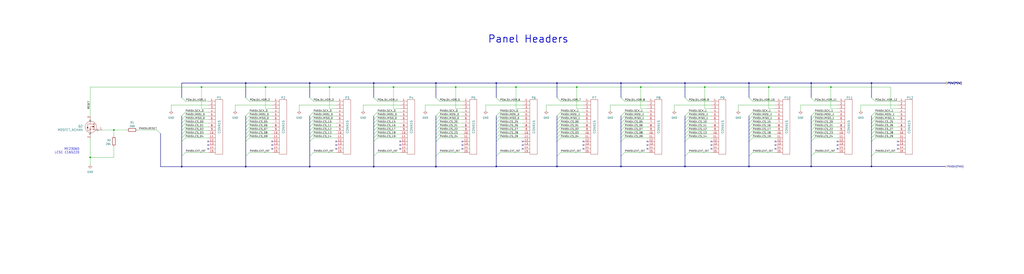
<source format=kicad_sch>
(kicad_sch (version 20231120) (generator "eeschema") (generator_version "8.0")
  (paper "User" 711.2 190.5)
  (title_block (title "12-12 Teensy G4.1 Arena Modular LED Display") (date "2024-10-08") (rev "v0.2") (company "IORodeo for Reiserlab @ Janelia"))
  (lib_symbols
    (symbol "Device:R" (pin_numbers hide) (pin_names (offset 0))
      (property "Reference" "R" (at 2.032 0 90))
      (property "Value" "R" (at 0 0 90))
      (symbol "R_0_1"
        (rectangle (start -1.016 -2.54) (end 1.016 2.54) (stroke (width 0.254)))
      )
      (symbol "R_1_1"
        (pin passive line (at 0 3.81 270) (length 1.27) (name "~") (number "1"))
        (pin passive line (at 0 -3.81 90) (length 1.27) (name "~") (number "2"))
      )
    )
    (symbol "arena_custom:CONN15" (pin_names (offset 1.016))
      (property "Reference" "P" (at -17.78 6.35 0))
      (property "Value" "CONN15" (at 13.97 6.35 0))
      (symbol "CONN15_0_1"
        (rectangle (start -19.05 5.08) (end 19.05 0))
      )
      (symbol "CONN15_1_1"
        (pin passive line (at -17.78 -5.08 90) (length 5.08) (name "~") (number "1"))
        (pin passive line (at 5.08 -5.08 90) (length 5.08) (name "~") (number "10"))
        (pin passive line (at 7.62 -5.08 90) (length 5.08) (name "~") (number "11"))
        (pin passive line (at 10.16 -5.08 90) (length 5.08) (name "~") (number "12"))
        (pin passive line (at 12.7 -5.08 90) (length 5.08) (name "~") (number "13"))
        (pin passive line (at 15.24 -5.08 90) (length 5.08) (name "~") (number "14"))
        (pin passive line (at 17.78 -5.08 90) (length 5.08) (name "~") (number "15"))
        (pin passive line (at -15.24 -5.08 90) (length 5.08) (name "~") (number "2"))
        (pin passive line (at -12.7 -5.08 90) (length 5.08) (name "~") (number "3"))
        (pin passive line (at -10.16 -5.08 90) (length 5.08) (name "~") (number "4"))
        (pin passive line (at -7.62 -5.08 90) (length 5.08) (name "~") (number "5"))
        (pin passive line (at -5.08 -5.08 90) (length 5.08) (name "~") (number "6"))
        (pin passive line (at -2.54 -5.08 90) (length 5.08) (name "~") (number "7"))
        (pin passive line (at 0 -5.08 90) (length 5.08) (name "~") (number "8"))
        (pin passive line (at 2.54 -5.08 90) (length 5.08) (name "~") (number "9"))
      )
    )
    (symbol "arena_custom:MOSFET_NCHAN" (pin_names (offset 1.016))
      (property "Reference" "Q" (at -4.826 6.35 0))
      (property "Value" "MOSFET_NCHAN" (at 0.381 -7.62 0))
      (symbol "MOSFET_NCHAN_0_1"
        (circle (center -0.508 2.032) (radius 3.9624))
        (polyline (pts (xy -6.858 0) (xy -5.842 0)))
        (polyline (pts (xy -2.54 0) (xy -2.54 1.016)) (stroke (width 0.254)))
        (polyline (pts (xy -2.54 1.778) (xy -2.54 2.794)) (stroke (width 0.254)))
        (polyline (pts (xy -2.54 3.556) (xy -2.54 4.572)) (stroke (width 0.254)))
        (polyline (pts (xy -0.254 4.064) (xy -2.54 4.064)))
        (polyline (pts (xy 0 -4.318) (xy 0 -1.524)))
        (polyline (pts (xy 0 0.508) (xy 0 -1.524)))
        (polyline (pts (xy 0 8.255) (xy 0 4.064)))
        (polyline (pts (xy 1.27 2.032) (xy 2.286 2.032)))
        (polyline (pts (xy -6.096 0) (xy -3.048 0) (xy -3.048 4.572)))
        (polyline (pts (xy -2.54 0.508) (xy 0 0.508) (xy 0 2.286) (xy -1.778 2.286)))
        (polyline (pts (xy -2.54 2.286) (xy -1.778 2.794) (xy -1.778 1.778) (xy -2.54 2.286)) (fill (type outline)))
        (polyline (pts (xy 0 -0.508) (xy 1.778 -0.508) (xy 1.778 4.064) (xy -0.254 4.064)))
        (polyline (pts (xy 1.778 2.032) (xy 1.27 1.27) (xy 2.286 1.27) (xy 1.778 2.032)) (fill (type outline)))
        (circle (center 0 0.508) (radius 0.254) (fill (type outline)))
      )
      (symbol "MOSFET_NCHAN_1_1"
        (pin input line (at -8.128 0 0) (length 1.27) (name "G") (number "1"))
        (pin input line (at 0 -5.588 90) (length 1.27) (name "S") (number "2"))
        (pin input line (at 0 9.525 270) (length 1.27) (name "D") (number "3"))
      )
    )
    (symbol "power:GND" (power) (pin_names (offset 0))
      (property "Value" "GND" (at 0 -3.81 0))
      (symbol "GND_0_1"
        (polyline (pts (xy 0 0) (xy 0 -1.27) (xy 1.27 -1.27) (xy 0 -2.54) (xy -1.27 -1.27) (xy 0 -1.27)))
      )
      (symbol "GND_1_1"
        (pin power_in line (at 0 0 270) (length 0) hide (name "GND") (number "1"))
      )
    )
  )
  (bus_alias "PAN" (members "RESET" "SCK_0" "MOSI_0" "MISO_0" "SCK_1" "MOSI_1" "MISO_1" "CS_00" "CS_01" "CS_02" "CS_03" "CS_04" "CS_05" "CS_06" "CS_07" "CS_08" "CS_09" "CS_10" "CS_11" "CS_12" "CS_13" "CS_14" "CS_15" "CS_16" "CS_17" "CS_18" "CS_19" "CS_20" "CS_21" "CS_22" "CS_23" "CS_24" "CS_25" "CS_26" "CS_27" "CS_28" "CS_29" "EXT_INT"))
  (junction (at 259.588 57.785))
  (junction (at 386.842 57.785))
  (junction (at 431.292 115.824))
  (junction (at 316.484 60.579))
  (junction (at 475.742 115.824))
  (junction (at 563.372 57.785))
  (junction (at 386.842 115.824))
  (junction (at 62.611 109.474))
  (junction (at 215.138 115.951))
  (junction (at 563.372 115.824))
  (junction (at 139.954 60.579))
  (junction (at 79.121 90.424))
  (junction (at 520.192 115.824))
  (junction (at 184.404 60.579))
  (junction (at 445.008 60.579))
  (junction (at 170.688 115.951))
  (junction (at 577.088 60.579))
  (junction (at 273.304 60.579))
  (junction (at 489.458 60.579))
  (junction (at 520.192 57.785))
  (junction (at 344.678 115.824))
  (junction (at 302.768 57.785))
  (junction (at 431.292 57.785))
  (junction (at 533.908 60.579))
  (junction (at 475.742 57.785))
  (junction (at 215.138 57.785))
  (junction (at 126.238 115.951))
  (junction (at 358.394 60.579))
  (junction (at 228.854 60.579))
  (junction (at 605.282 115.824))
  (junction (at 605.282 57.785))
  (junction (at 170.688 57.785))
  (junction (at 344.678 57.785))
  (junction (at 400.558 60.579))
  (junction (at 259.588 115.951))
  (junction (at 302.768 115.951))
  (no_connect (at 144.526 100.965))
  (no_connect (at 623.57 103.505))
  (no_connect (at 581.66 98.425))
  (no_connect (at 623.57 98.425))
  (no_connect (at 321.056 103.505))
  (no_connect (at 494.03 103.505))
  (no_connect (at 581.66 103.505))
  (no_connect (at 321.056 100.965))
  (no_connect (at 405.13 98.425))
  (no_connect (at 449.58 103.505))
  (no_connect (at 188.976 100.965))
  (no_connect (at 233.426 103.505))
  (no_connect (at 538.48 103.505))
  (no_connect (at 581.66 100.965))
  (no_connect (at 144.526 103.505))
  (no_connect (at 362.966 98.425))
  (no_connect (at 449.58 100.965))
  (no_connect (at 188.976 98.425))
  (no_connect (at 233.426 98.425))
  (no_connect (at 538.48 100.965))
  (no_connect (at 362.966 100.965))
  (no_connect (at 623.57 100.965))
  (no_connect (at 494.03 98.425))
  (no_connect (at 494.03 100.965))
  (no_connect (at 233.426 100.965))
  (no_connect (at 449.58 98.425))
  (no_connect (at 277.876 100.965))
  (no_connect (at 538.48 98.425))
  (no_connect (at 405.13 100.965))
  (no_connect (at 405.13 103.505))
  (no_connect (at 144.526 98.425))
  (no_connect (at 188.976 103.505))
  (no_connect (at 277.876 103.505))
  (no_connect (at 362.966 103.505))
  (no_connect (at 277.876 98.425))
  (no_connect (at 321.056 98.425))
  (bus_entry (at 563.372 88.265) (size 2.54 -2.54))
  (bus_entry (at 386.842 83.185) (size 2.54 -2.54))
  (bus_entry (at 302.768 80.645) (size 2.54 -2.54))
  (bus_entry (at 386.842 67.945) (size 2.54 2.54))
  (bus_entry (at 605.282 85.725) (size 2.54 -2.54))
  (bus_entry (at 475.742 98.425) (size 2.54 -2.54))
  (bus_entry (at 605.282 88.265) (size 2.54 -2.54))
  (bus_entry (at 344.678 90.805) (size 2.54 -2.54))
  (bus_entry (at 170.688 85.725) (size 2.54 -2.54))
  (bus_entry (at 259.588 98.425) (size 2.54 -2.54))
  (bus_entry (at 520.192 95.885) (size 2.54 -2.54))
  (bus_entry (at 126.238 85.725) (size 2.54 -2.54))
  (bus_entry (at 215.138 90.805) (size 2.54 -2.54))
  (bus_entry (at 215.138 98.425) (size 2.54 -2.54))
  (bus_entry (at 563.372 108.585) (size 2.54 -2.54))
  (bus_entry (at 126.238 80.645) (size 2.54 -2.54))
  (bus_entry (at 126.238 67.945) (size 2.54 2.54))
  (bus_entry (at 475.742 90.805) (size 2.54 -2.54))
  (bus_entry (at 605.282 80.645) (size 2.54 -2.54))
  (bus_entry (at 170.688 93.345) (size 2.54 -2.54))
  (bus_entry (at 520.192 83.185) (size 2.54 -2.54))
  (bus_entry (at 259.588 90.805) (size 2.54 -2.54))
  (bus_entry (at 170.688 95.885) (size 2.54 -2.54))
  (bus_entry (at 475.742 80.645) (size 2.54 -2.54))
  (bus_entry (at 431.292 98.425) (size 2.54 -2.54))
  (bus_entry (at 344.678 80.645) (size 2.54 -2.54))
  (bus_entry (at 344.678 85.725) (size 2.54 -2.54))
  (bus_entry (at 344.678 93.345) (size 2.54 -2.54))
  (bus_entry (at 386.842 88.265) (size 2.54 -2.54))
  (bus_entry (at 431.292 85.725) (size 2.54 -2.54))
  (bus_entry (at 215.138 80.645) (size 2.54 -2.54))
  (bus_entry (at 302.768 93.345) (size 2.54 -2.54))
  (bus_entry (at 126.238 95.885) (size 2.54 -2.54))
  (bus_entry (at 520.192 67.945) (size 2.54 2.54))
  (bus_entry (at 170.688 98.425) (size 2.54 -2.54))
  (bus_entry (at 475.742 85.725) (size 2.54 -2.54))
  (bus_entry (at 215.138 93.345) (size 2.54 -2.54))
  (bus_entry (at 386.842 95.885) (size 2.54 -2.54))
  (bus_entry (at 344.678 108.585) (size 2.54 -2.54))
  (bus_entry (at 563.372 95.885) (size 2.54 -2.54))
  (bus_entry (at 259.588 80.645) (size 2.54 -2.54))
  (bus_entry (at 215.138 88.265) (size 2.54 -2.54))
  (bus_entry (at 386.842 98.425) (size 2.54 -2.54))
  (bus_entry (at 475.742 95.885) (size 2.54 -2.54))
  (bus_entry (at 386.842 93.345) (size 2.54 -2.54))
  (bus_entry (at 170.688 108.585) (size 2.54 -2.54))
  (bus_entry (at 215.138 85.725) (size 2.54 -2.54))
  (bus_entry (at 111.506 92.964) (size -2.54 -2.54))
  (bus_entry (at 475.742 108.585) (size 2.54 -2.54))
  (bus_entry (at 563.372 83.185) (size 2.54 -2.54))
  (bus_entry (at 302.768 95.885) (size 2.54 -2.54))
  (bus_entry (at 302.768 108.585) (size 2.54 -2.54))
  (bus_entry (at 344.678 83.185) (size 2.54 -2.54))
  (bus_entry (at 431.292 93.345) (size 2.54 -2.54))
  (bus_entry (at 259.588 93.345) (size 2.54 -2.54))
  (bus_entry (at 344.678 98.425) (size 2.54 -2.54))
  (bus_entry (at 605.282 83.185) (size 2.54 -2.54))
  (bus_entry (at 215.138 95.885) (size 2.54 -2.54))
  (bus_entry (at 605.282 108.585) (size 2.54 -2.54))
  (bus_entry (at 431.292 80.645) (size 2.54 -2.54))
  (bus_entry (at 475.742 83.185) (size 2.54 -2.54))
  (bus_entry (at 126.238 83.185) (size 2.54 -2.54))
  (bus_entry (at 302.768 98.425) (size 2.54 -2.54))
  (bus_entry (at 259.588 85.725) (size 2.54 -2.54))
  (bus_entry (at 344.678 67.945) (size 2.54 2.54))
  (bus_entry (at 431.292 67.945) (size 2.54 2.54))
  (bus_entry (at 520.192 93.345) (size 2.54 -2.54))
  (bus_entry (at 126.238 90.805) (size 2.54 -2.54))
  (bus_entry (at 259.588 67.945) (size 2.54 2.54))
  (bus_entry (at 344.678 95.885) (size 2.54 -2.54))
  (bus_entry (at 605.282 98.425) (size 2.54 -2.54))
  (bus_entry (at 344.678 88.265) (size 2.54 -2.54))
  (bus_entry (at 431.292 88.265) (size 2.54 -2.54))
  (bus_entry (at 563.372 98.425) (size 2.54 -2.54))
  (bus_entry (at 475.742 67.945) (size 2.54 2.54))
  (bus_entry (at 520.192 98.425) (size 2.54 -2.54))
  (bus_entry (at 563.372 90.805) (size 2.54 -2.54))
  (bus_entry (at 170.688 83.185) (size 2.54 -2.54))
  (bus_entry (at 475.742 93.345) (size 2.54 -2.54))
  (bus_entry (at 170.688 90.805) (size 2.54 -2.54))
  (bus_entry (at 386.842 108.585) (size 2.54 -2.54))
  (bus_entry (at 259.588 88.265) (size 2.54 -2.54))
  (bus_entry (at 259.588 95.885) (size 2.54 -2.54))
  (bus_entry (at 520.192 88.265) (size 2.54 -2.54))
  (bus_entry (at 126.238 88.265) (size 2.54 -2.54))
  (bus_entry (at 563.372 67.945) (size 2.54 2.54))
  (bus_entry (at 302.768 67.945) (size 2.54 2.54))
  (bus_entry (at 215.138 108.585) (size 2.54 -2.54))
  (bus_entry (at 302.768 90.805) (size 2.54 -2.54))
  (bus_entry (at 475.742 88.265) (size 2.54 -2.54))
  (bus_entry (at 563.372 93.345) (size 2.54 -2.54))
  (bus_entry (at 605.282 95.885) (size 2.54 -2.54))
  (bus_entry (at 126.238 98.425) (size 2.54 -2.54))
  (bus_entry (at 126.238 93.345) (size 2.54 -2.54))
  (bus_entry (at 431.292 90.805) (size 2.54 -2.54))
  (bus_entry (at 170.688 88.265) (size 2.54 -2.54))
  (bus_entry (at 431.292 83.185) (size 2.54 -2.54))
  (bus_entry (at 563.372 80.645) (size 2.54 -2.54))
  (bus_entry (at 259.588 108.585) (size 2.54 -2.54))
  (bus_entry (at 215.138 83.185) (size 2.54 -2.54))
  (bus_entry (at 520.192 108.585) (size 2.54 -2.54))
  (bus_entry (at 302.768 85.725) (size 2.54 -2.54))
  (bus_entry (at 126.238 108.585) (size 2.54 -2.54))
  (bus_entry (at 386.842 85.725) (size 2.54 -2.54))
  (bus_entry (at 520.192 80.645) (size 2.54 -2.54))
  (bus_entry (at 170.688 67.945) (size 2.54 2.54))
  (bus_entry (at 386.842 80.645) (size 2.54 -2.54))
  (bus_entry (at 431.292 95.885) (size 2.54 -2.54))
  (bus_entry (at 605.282 93.345) (size 2.54 -2.54))
  (bus_entry (at 520.192 90.805) (size 2.54 -2.54))
  (bus_entry (at 302.768 83.185) (size 2.54 -2.54))
  (bus_entry (at 605.282 90.805) (size 2.54 -2.54))
  (bus_entry (at 259.588 83.185) (size 2.54 -2.54))
  (bus_entry (at 170.688 80.645) (size 2.54 -2.54))
  (bus_entry (at 431.292 108.585) (size 2.54 -2.54))
  (bus_entry (at 605.282 67.945) (size 2.54 2.54))
  (bus_entry (at 386.842 90.805) (size 2.54 -2.54))
  (bus_entry (at 563.372 85.725) (size 2.54 -2.54))
  (bus_entry (at 215.138 67.945) (size 2.54 2.54))
  (bus_entry (at 302.768 88.265) (size 2.54 -2.54))
  (bus_entry (at 520.192 85.725) (size 2.54 -2.54))
  (wire (pts (xy 184.404 75.565) (xy 184.404 60.579)))
  (wire (pts (xy 565.912 95.885) (xy 581.66 95.885)))
  (bus (pts (xy 259.588 115.951) (xy 302.768 115.951)))
  (bus (pts (xy 170.688 115.951) (xy 215.138 115.951)))
  (wire (pts (xy 305.308 93.345) (xy 321.056 93.345)))
  (bus (pts (xy 111.506 92.964) (xy 111.506 115.951)))
  (wire (pts (xy 597.916 73.025) (xy 623.57 73.025)))
  (bus (pts (xy 259.588 115.951) (xy 259.588 108.585)))
  (wire (pts (xy 533.908 75.565) (xy 533.908 60.579)))
  (wire (pts (xy 556.006 73.025) (xy 556.006 76.835)))
  (wire (pts (xy 433.832 93.345) (xy 449.58 93.345)))
  (bus (pts (xy 126.238 83.185) (xy 126.238 85.725)))
  (wire (pts (xy 478.282 88.265) (xy 494.03 88.265)))
  (bus (pts (xy 431.292 88.265) (xy 431.292 90.805)))
  (bus (pts (xy 475.742 88.265) (xy 475.742 90.805)))
  (wire (pts (xy 108.966 90.424) (xy 95.631 90.424)))
  (bus (pts (xy 215.138 90.805) (xy 215.138 93.345)))
  (bus (pts (xy 605.282 85.725) (xy 605.282 88.265)))
  (bus (pts (xy 170.688 95.885) (xy 170.688 98.425)))
  (bus (pts (xy 475.742 80.645) (xy 475.742 83.185)))
  (wire (pts (xy 262.128 95.885) (xy 277.876 95.885)))
  (bus (pts (xy 563.372 85.725) (xy 563.372 88.265)))
  (bus (pts (xy 126.238 95.885) (xy 126.238 98.425)))
  (bus (pts (xy 563.372 108.585) (xy 563.372 98.425)))
  (wire (pts (xy 433.832 83.185) (xy 449.58 83.185)))
  (bus (pts (xy 302.768 83.185) (xy 302.768 85.725)))
  (bus (pts (xy 386.842 108.585) (xy 386.842 115.824)))
  (wire (pts (xy 295.402 73.025) (xy 295.402 76.835)))
  (bus (pts (xy 386.842 98.425) (xy 386.842 108.585)))
  (wire (pts (xy 252.222 73.025) (xy 252.222 76.835)))
  (bus (pts (xy 520.192 93.345) (xy 520.192 95.885)))
  (wire (pts (xy 478.282 78.105) (xy 494.03 78.105)))
  (bus (pts (xy 344.678 80.645) (xy 344.678 83.185)))
  (bus (pts (xy 215.138 115.951) (xy 215.138 108.585)))
  (wire (pts (xy 565.912 80.645) (xy 581.66 80.645)))
  (wire (pts (xy 128.778 95.885) (xy 144.526 95.885)))
  (bus (pts (xy 520.192 108.585) (xy 520.192 98.425)))
  (bus (pts (xy 520.192 83.185) (xy 520.192 85.725)))
  (wire (pts (xy 305.308 106.045) (xy 321.056 106.045)))
  (bus (pts (xy 302.768 57.785) (xy 302.768 67.945)))
  (wire (pts (xy 305.308 90.805) (xy 321.056 90.805)))
  (wire (pts (xy 478.282 80.645) (xy 494.03 80.645)))
  (wire (pts (xy 62.611 109.474) (xy 62.611 114.554)))
  (bus (pts (xy 259.588 93.345) (xy 259.588 95.885)))
  (wire (pts (xy 173.228 70.485) (xy 188.976 70.485)))
  (wire (pts (xy 362.966 75.565) (xy 358.394 75.565)))
  (bus (pts (xy 386.842 88.265) (xy 386.842 90.805)))
  (wire (pts (xy 277.876 75.565) (xy 273.304 75.565)))
  (bus (pts (xy 431.292 80.645) (xy 431.292 83.185)))
  (wire (pts (xy 128.778 80.645) (xy 144.526 80.645)))
  (wire (pts (xy 445.008 75.565) (xy 445.008 60.579)))
  (wire (pts (xy 217.678 78.105) (xy 233.426 78.105)))
  (bus (pts (xy 344.678 115.824) (xy 386.842 115.824)))
  (wire (pts (xy 262.128 93.345) (xy 277.876 93.345)))
  (bus (pts (xy 302.768 90.805) (xy 302.768 93.345)))
  (wire (pts (xy 347.218 90.805) (xy 362.966 90.805)))
  (wire (pts (xy 389.382 93.345) (xy 405.13 93.345)))
  (bus (pts (xy 475.742 115.824) (xy 520.192 115.824)))
  (wire (pts (xy 478.282 70.485) (xy 494.03 70.485)))
  (wire (pts (xy 607.822 93.345) (xy 623.57 93.345)))
  (wire (pts (xy 128.778 78.105) (xy 144.526 78.105)))
  (bus (pts (xy 170.688 98.425) (xy 170.688 108.585)))
  (wire (pts (xy 316.484 60.579) (xy 358.394 60.579)))
  (wire (pts (xy 337.312 73.025) (xy 362.966 73.025)))
  (bus (pts (xy 431.292 115.824) (xy 475.742 115.824)))
  (wire (pts (xy 607.822 78.105) (xy 623.57 78.105)))
  (bus (pts (xy 344.678 57.785) (xy 344.678 67.945)))
  (wire (pts (xy 522.732 85.725) (xy 538.48 85.725)))
  (wire (pts (xy 433.832 80.645) (xy 449.58 80.645)))
  (wire (pts (xy 173.228 93.345) (xy 188.976 93.345)))
  (wire (pts (xy 128.778 90.805) (xy 144.526 90.805)))
  (wire (pts (xy 522.732 78.105) (xy 538.48 78.105)))
  (bus (pts (xy 259.588 85.725) (xy 259.588 88.265)))
  (wire (pts (xy 389.382 85.725) (xy 405.13 85.725)))
  (wire (pts (xy 468.376 73.025) (xy 468.376 76.835)))
  (bus (pts (xy 302.768 108.585) (xy 302.768 98.425)))
  (wire (pts (xy 184.404 60.579) (xy 228.854 60.579)))
  (wire (pts (xy 217.678 70.485) (xy 233.426 70.485)))
  (bus (pts (xy 215.138 85.725) (xy 215.138 88.265)))
  (bus (pts (xy 386.842 95.885) (xy 386.842 98.425)))
  (wire (pts (xy 273.304 75.565) (xy 273.304 60.579)))
  (wire (pts (xy 128.778 83.185) (xy 144.526 83.185)))
  (wire (pts (xy 522.732 80.645) (xy 538.48 80.645)))
  (bus (pts (xy 605.282 115.824) (xy 656.336 115.824)))
  (wire (pts (xy 173.228 95.885) (xy 188.976 95.885)))
  (bus (pts (xy 520.192 108.585) (xy 520.192 115.824)))
  (bus (pts (xy 605.282 57.785) (xy 656.59 57.785)))
  (wire (pts (xy 478.282 93.345) (xy 494.03 93.345)))
  (wire (pts (xy 445.008 60.579) (xy 489.458 60.579)))
  (bus (pts (xy 431.292 98.425) (xy 431.292 108.585)))
  (bus (pts (xy 344.678 90.805) (xy 344.678 93.345)))
  (wire (pts (xy 522.732 83.185) (xy 538.48 83.185)))
  (wire (pts (xy 565.912 93.345) (xy 581.66 93.345)))
  (bus (pts (xy 386.842 85.725) (xy 386.842 88.265)))
  (bus (pts (xy 386.842 90.805) (xy 386.842 93.345)))
  (wire (pts (xy 207.772 73.025) (xy 233.426 73.025)))
  (wire (pts (xy 228.854 75.565) (xy 228.854 60.579)))
  (wire (pts (xy 347.218 95.885) (xy 362.966 95.885)))
  (wire (pts (xy 262.128 70.485) (xy 277.876 70.485)))
  (wire (pts (xy 128.778 85.725) (xy 144.526 85.725)))
  (wire (pts (xy 347.218 83.185) (xy 362.966 83.185)))
  (wire (pts (xy 347.218 70.485) (xy 362.966 70.485)))
  (wire (pts (xy 173.228 85.725) (xy 188.976 85.725)))
  (wire (pts (xy 565.912 83.185) (xy 581.66 83.185)))
  (wire (pts (xy 538.48 75.565) (xy 533.908 75.565)))
  (bus (pts (xy 431.292 57.785) (xy 431.292 67.945)))
  (bus (pts (xy 215.138 95.885) (xy 215.138 98.425)))
  (wire (pts (xy 305.308 83.185) (xy 321.056 83.185)))
  (bus (pts (xy 605.282 108.585) (xy 605.282 115.824)))
  (bus (pts (xy 520.192 90.805) (xy 520.192 93.345)))
  (bus (pts (xy 170.688 90.805) (xy 170.688 93.345)))
  (bus (pts (xy 386.842 83.185) (xy 386.842 85.725)))
  (bus (pts (xy 344.678 108.585) (xy 344.678 98.425)))
  (bus (pts (xy 215.138 57.785) (xy 259.588 57.785)))
  (bus (pts (xy 431.292 57.785) (xy 475.742 57.785)))
  (bus (pts (xy 215.138 80.645) (xy 215.138 83.185)))
  (bus (pts (xy 605.282 80.645) (xy 605.282 83.185)))
  (bus (pts (xy 126.238 88.265) (xy 126.238 90.805)))
  (bus (pts (xy 520.192 85.725) (xy 520.192 88.265)))
  (wire (pts (xy 565.912 85.725) (xy 581.66 85.725)))
  (bus (pts (xy 215.138 108.585) (xy 215.138 98.425)))
  (bus (pts (xy 563.372 57.785) (xy 605.282 57.785)))
  (wire (pts (xy 217.678 83.185) (xy 233.426 83.185)))
  (bus (pts (xy 126.238 93.345) (xy 126.238 95.885)))
  (wire (pts (xy 577.088 60.579) (xy 618.617 60.579)))
  (bus (pts (xy 259.588 57.785) (xy 302.768 57.785)))
  (wire (pts (xy 478.282 106.045) (xy 494.03 106.045)))
  (bus (pts (xy 520.192 57.785) (xy 563.372 57.785)))
  (bus (pts (xy 475.742 98.425) (xy 475.742 108.585)))
  (wire (pts (xy 262.128 88.265) (xy 277.876 88.265)))
  (bus (pts (xy 386.842 80.645) (xy 386.842 83.185)))
  (wire (pts (xy 607.822 83.185) (xy 623.57 83.185)))
  (bus (pts (xy 605.282 108.585) (xy 605.282 98.425)))
  (wire (pts (xy 449.58 75.565) (xy 445.008 75.565)))
  (bus (pts (xy 344.678 85.725) (xy 344.678 88.265)))
  (wire (pts (xy 607.822 70.485) (xy 623.57 70.485)))
  (bus (pts (xy 563.372 88.265) (xy 563.372 90.805)))
  (wire (pts (xy 423.926 73.025) (xy 449.58 73.025)))
  (wire (pts (xy 305.308 80.645) (xy 321.056 80.645)))
  (bus (pts (xy 259.588 108.585) (xy 259.588 98.425)))
  (wire (pts (xy 128.778 70.485) (xy 144.526 70.485)))
  (wire (pts (xy 79.121 90.424) (xy 70.739 90.424)))
  (bus (pts (xy 344.678 115.951) (xy 344.678 115.824)))
  (wire (pts (xy 128.778 106.045) (xy 144.526 106.045)))
  (bus (pts (xy 126.238 108.585) (xy 126.238 115.951)))
  (bus (pts (xy 344.678 93.345) (xy 344.678 95.885)))
  (wire (pts (xy 478.282 85.725) (xy 494.03 85.725)))
  (wire (pts (xy 565.912 70.485) (xy 581.66 70.485)))
  (wire (pts (xy 252.222 73.025) (xy 277.876 73.025)))
  (wire (pts (xy 233.426 75.565) (xy 228.854 75.565)))
  (wire (pts (xy 565.912 90.805) (xy 581.66 90.805)))
  (wire (pts (xy 173.228 106.045) (xy 188.976 106.045)))
  (bus (pts (xy 344.678 83.185) (xy 344.678 85.725)))
  (wire (pts (xy 533.908 60.579) (xy 577.088 60.579)))
  (bus (pts (xy 344.678 88.265) (xy 344.678 90.805)))
  (wire (pts (xy 478.282 95.885) (xy 494.03 95.885)))
  (bus (pts (xy 259.588 90.805) (xy 259.588 93.345)))
  (bus (pts (xy 170.688 93.345) (xy 170.688 95.885)))
  (bus (pts (xy 126.238 85.725) (xy 126.238 88.265)))
  (wire (pts (xy 358.394 75.565) (xy 358.394 60.579)))
  (wire (pts (xy 347.218 85.725) (xy 362.966 85.725)))
  (bus (pts (xy 302.768 93.345) (xy 302.768 95.885)))
  (wire (pts (xy 607.822 80.645) (xy 623.57 80.645)))
  (wire (pts (xy 468.376 73.025) (xy 494.03 73.025)))
  (bus (pts (xy 520.192 88.265) (xy 520.192 90.805)))
  (wire (pts (xy 347.218 88.265) (xy 362.966 88.265)))
  (wire (pts (xy 62.611 96.012) (xy 62.611 109.474)))
  (bus (pts (xy 215.138 57.785) (xy 215.138 67.945)))
  (wire (pts (xy 581.66 75.565) (xy 577.088 75.565)))
  (wire (pts (xy 433.832 78.105) (xy 449.58 78.105)))
  (bus (pts (xy 431.292 95.885) (xy 431.292 98.425)))
  (bus (pts (xy 520.192 95.885) (xy 520.192 98.425)))
  (wire (pts (xy 163.322 73.025) (xy 188.976 73.025)))
  (wire (pts (xy 607.822 90.805) (xy 623.57 90.805)))
  (wire (pts (xy 400.558 60.579) (xy 445.008 60.579)))
  (bus (pts (xy 431.292 83.185) (xy 431.292 85.725)))
  (bus (pts (xy 126.238 115.951) (xy 170.688 115.951)))
  (wire (pts (xy 305.308 85.725) (xy 321.056 85.725)))
  (wire (pts (xy 565.912 78.105) (xy 581.66 78.105)))
  (wire (pts (xy 389.382 80.645) (xy 405.13 80.645)))
  (wire (pts (xy 597.916 73.025) (xy 597.916 76.835)))
  (wire (pts (xy 512.826 73.025) (xy 512.826 76.835)))
  (wire (pts (xy 262.128 90.805) (xy 277.876 90.805)))
  (wire (pts (xy 512.826 73.025) (xy 538.48 73.025)))
  (bus (pts (xy 170.688 85.725) (xy 170.688 88.265)))
  (wire (pts (xy 607.822 88.265) (xy 623.57 88.265)))
  (bus (pts (xy 520.192 115.824) (xy 563.372 115.824)))
  (wire (pts (xy 173.228 78.105) (xy 188.976 78.105)))
  (bus (pts (xy 475.742 57.785) (xy 520.192 57.785)))
  (wire (pts (xy 607.822 95.885) (xy 623.57 95.885)))
  (wire (pts (xy 522.732 70.485) (xy 538.48 70.485)))
  (wire (pts (xy 321.056 75.565) (xy 316.484 75.565)))
  (bus (pts (xy 170.688 57.785) (xy 215.138 57.785)))
  (wire (pts (xy 228.854 60.579) (xy 273.304 60.579)))
  (bus (pts (xy 475.742 95.885) (xy 475.742 98.425)))
  (wire (pts (xy 273.304 60.579) (xy 316.484 60.579)))
  (bus (pts (xy 344.678 57.785) (xy 386.842 57.785)))
  (wire (pts (xy 522.732 88.265) (xy 538.48 88.265)))
  (bus (pts (xy 386.842 57.785) (xy 431.292 57.785)))
  (wire (pts (xy 217.678 95.885) (xy 233.426 95.885)))
  (wire (pts (xy 188.976 75.565) (xy 184.404 75.565)))
  (bus (pts (xy 475.742 90.805) (xy 475.742 93.345)))
  (bus (pts (xy 605.282 83.185) (xy 605.282 85.725)))
  (wire (pts (xy 494.03 75.565) (xy 489.458 75.565)))
  (wire (pts (xy 389.382 88.265) (xy 405.13 88.265)))
  (bus (pts (xy 563.372 57.785) (xy 563.372 67.945)))
  (wire (pts (xy 379.476 73.025) (xy 379.476 76.835)))
  (wire (pts (xy 556.006 73.025) (xy 581.66 73.025)))
  (bus (pts (xy 126.238 98.425) (xy 126.238 108.585)))
  (wire (pts (xy 217.678 90.805) (xy 233.426 90.805)))
  (bus (pts (xy 126.238 80.645) (xy 126.238 83.185)))
  (bus (pts (xy 563.372 95.885) (xy 563.372 98.425)))
  (bus (pts (xy 111.506 115.951) (xy 126.238 115.951)))
  (wire (pts (xy 62.611 60.579) (xy 62.611 80.899)))
  (bus (pts (xy 386.842 57.785) (xy 386.842 67.945)))
  (wire (pts (xy 433.832 88.265) (xy 449.58 88.265)))
  (wire (pts (xy 358.394 60.579) (xy 400.558 60.579)))
  (wire (pts (xy 305.308 70.485) (xy 321.056 70.485)))
  (wire (pts (xy 62.611 60.579) (xy 139.954 60.579)))
  (bus (pts (xy 431.292 90.805) (xy 431.292 93.345)))
  (bus (pts (xy 215.138 115.951) (xy 259.588 115.951)))
  (wire (pts (xy 478.282 90.805) (xy 494.03 90.805)))
  (wire (pts (xy 173.228 88.265) (xy 188.976 88.265)))
  (bus (pts (xy 259.588 57.785) (xy 259.588 67.945)))
  (wire (pts (xy 522.732 106.045) (xy 538.48 106.045)))
  (wire (pts (xy 262.128 85.725) (xy 277.876 85.725)))
  (wire (pts (xy 262.128 80.645) (xy 277.876 80.645)))
  (wire (pts (xy 347.218 93.345) (xy 362.966 93.345)))
  (wire (pts (xy 262.128 106.045) (xy 277.876 106.045)))
  (bus (pts (xy 475.742 85.725) (xy 475.742 88.265)))
  (wire (pts (xy 522.732 93.345) (xy 538.48 93.345)))
  (wire (pts (xy 139.954 60.579) (xy 184.404 60.579)))
  (bus (pts (xy 170.688 88.265) (xy 170.688 90.805)))
  (bus (pts (xy 386.842 93.345) (xy 386.842 95.885)))
  (wire (pts (xy 144.526 75.565) (xy 139.954 75.565)))
  (wire (pts (xy 577.088 75.565) (xy 577.088 60.579)))
  (wire (pts (xy 489.458 60.579) (xy 533.908 60.579)))
  (wire (pts (xy 389.382 70.485) (xy 405.13 70.485)))
  (bus (pts (xy 259.588 88.265) (xy 259.588 90.805)))
  (bus (pts (xy 431.292 108.585) (xy 431.292 115.824)))
  (wire (pts (xy 217.678 88.265) (xy 233.426 88.265)))
  (bus (pts (xy 170.688 57.785) (xy 170.688 67.945)))
  (wire (pts (xy 217.678 106.045) (xy 233.426 106.045)))
  (wire (pts (xy 88.011 90.424) (xy 79.121 90.424)))
  (bus (pts (xy 215.138 88.265) (xy 215.138 90.805)))
  (bus (pts (xy 520.192 80.645) (xy 520.192 83.185)))
  (wire (pts (xy 217.678 93.345) (xy 233.426 93.345)))
  (wire (pts (xy 423.926 73.025) (xy 423.926 76.835)))
  (bus (pts (xy 431.292 93.345) (xy 431.292 95.885)))
  (bus (pts (xy 475.742 108.585) (xy 475.742 115.824)))
  (wire (pts (xy 389.382 83.185) (xy 405.13 83.185)))
  (wire (pts (xy 337.312 73.025) (xy 337.312 76.835)))
  (wire (pts (xy 347.218 78.105) (xy 362.966 78.105)))
  (wire (pts (xy 207.772 73.025) (xy 207.772 76.835)))
  (bus (pts (xy 475.742 93.345) (xy 475.742 95.885)))
  (bus (pts (xy 259.588 80.645) (xy 259.588 83.185)))
  (wire (pts (xy 118.872 73.025) (xy 118.872 76.835)))
  (bus (pts (xy 126.238 67.945) (xy 126.238 57.785)))
  (wire (pts (xy 389.382 106.045) (xy 405.13 106.045)))
  (wire (pts (xy 607.822 85.725) (xy 623.57 85.725)))
  (wire (pts (xy 139.954 75.565) (xy 139.954 60.579)))
  (bus (pts (xy 563.372 83.185) (xy 563.372 85.725)))
  (wire (pts (xy 433.832 106.045) (xy 449.58 106.045)))
  (bus (pts (xy 302.768 95.885) (xy 302.768 98.425)))
  (bus (pts (xy 563.372 115.824) (xy 605.282 115.824)))
  (wire (pts (xy 478.282 83.185) (xy 494.03 83.185)))
  (wire (pts (xy 128.778 88.265) (xy 144.526 88.265)))
  (bus (pts (xy 259.588 83.185) (xy 259.588 85.725)))
  (bus (pts (xy 126.238 90.805) (xy 126.238 93.345)))
  (wire (pts (xy 217.678 80.645) (xy 233.426 80.645)))
  (wire (pts (xy 389.382 95.885) (xy 405.13 95.885)))
  (bus (pts (xy 605.282 88.265) (xy 605.282 90.805)))
  (wire (pts (xy 118.872 73.025) (xy 144.526 73.025)))
  (bus (pts (xy 605.282 93.345) (xy 605.282 95.885)))
  (wire (pts (xy 433.832 90.805) (xy 449.58 90.805)))
  (bus (pts (xy 605.282 95.885) (xy 605.282 98.425)))
  (bus (pts (xy 170.688 108.585) (xy 170.688 115.951)))
  (wire (pts (xy 173.228 80.645) (xy 188.976 80.645)))
  (wire (pts (xy 163.322 73.025) (xy 163.322 76.835)))
  (wire (pts (xy 618.617 75.565) (xy 623.57 75.565)))
  (bus (pts (xy 563.372 90.805) (xy 563.372 93.345)))
  (bus (pts (xy 302.768 88.265) (xy 302.768 90.805)))
  (wire (pts (xy 379.476 73.025) (xy 405.13 73.025)))
  (wire (pts (xy 316.484 75.565) (xy 316.484 60.579)))
  (wire (pts (xy 217.678 85.725) (xy 233.426 85.725)))
  (wire (pts (xy 389.382 78.105) (xy 405.13 78.105)))
  (wire (pts (xy 262.128 78.105) (xy 277.876 78.105)))
  (bus (pts (xy 302.768 57.785) (xy 344.678 57.785)))
  (wire (pts (xy 405.13 75.565) (xy 400.558 75.565)))
  (wire (pts (xy 433.832 95.885) (xy 449.58 95.885)))
  (wire (pts (xy 489.458 75.565) (xy 489.458 60.579)))
  (wire (pts (xy 79.121 109.474) (xy 62.611 109.474)))
  (bus (pts (xy 520.192 57.785) (xy 520.192 67.945)))
  (wire (pts (xy 128.778 93.345) (xy 144.526 93.345)))
  (bus (pts (xy 215.138 93.345) (xy 215.138 95.885)))
  (bus (pts (xy 344.678 115.824) (xy 344.678 108.585)))
  (wire (pts (xy 305.308 95.885) (xy 321.056 95.885)))
  (bus (pts (xy 475.742 57.785) (xy 475.742 67.945)))
  (bus (pts (xy 475.742 83.185) (xy 475.742 85.725)))
  (wire (pts (xy 347.218 106.045) (xy 362.966 106.045)))
  (bus (pts (xy 259.588 95.885) (xy 259.588 98.425)))
  (wire (pts (xy 433.832 70.485) (xy 449.58 70.485)))
  (bus (pts (xy 215.138 83.185) (xy 215.138 85.725)))
  (bus (pts (xy 431.292 115.824) (xy 394.716 115.824)))
  (bus (pts (xy 302.768 115.951) (xy 302.768 108.585)))
  (wire (pts (xy 173.228 83.185) (xy 188.976 83.185)))
  (bus (pts (xy 126.238 57.785) (xy 170.688 57.785)))
  (bus (pts (xy 344.678 95.885) (xy 344.678 98.425)))
  (wire (pts (xy 295.402 73.025) (xy 321.056 73.025)))
  (wire (pts (xy 607.822 106.045) (xy 623.57 106.045)))
  (bus (pts (xy 170.688 83.185) (xy 170.688 85.725)))
  (wire (pts (xy 305.308 88.265) (xy 321.056 88.265)))
  (bus (pts (xy 563.372 93.345) (xy 563.372 95.885)))
  (wire (pts (xy 400.558 75.565) (xy 400.558 60.579)))
  (wire (pts (xy 262.128 83.185) (xy 277.876 83.185)))
  (wire (pts (xy 79.121 102.108) (xy 79.121 109.474)))
  (wire (pts (xy 389.382 90.805) (xy 405.13 90.805)))
  (bus (pts (xy 302.768 80.645) (xy 302.768 83.185)))
  (bus (pts (xy 563.372 108.585) (xy 563.372 115.824)))
  (wire (pts (xy 522.732 90.805) (xy 538.48 90.805)))
  (bus (pts (xy 170.688 80.645) (xy 170.688 83.185)))
  (wire (pts (xy 79.121 90.424) (xy 79.121 94.488)))
  (wire (pts (xy 347.218 80.645) (xy 362.966 80.645)))
  (wire (pts (xy 173.228 90.805) (xy 188.976 90.805)))
  (bus (pts (xy 431.292 85.725) (xy 431.292 88.265)))
  (wire (pts (xy 618.617 75.565) (xy 618.617 60.579)))
  (wire (pts (xy 522.732 95.885) (xy 538.48 95.885)))
  (wire (pts (xy 565.912 106.045) (xy 581.66 106.045)))
  (bus (pts (xy 386.842 115.824) (xy 394.589 115.824)))
  (bus (pts (xy 605.282 90.805) (xy 605.282 93.345)))
  (wire (pts (xy 433.832 85.725) (xy 449.58 85.725)))
  (bus (pts (xy 302.768 85.725) (xy 302.768 88.265)))
  (bus (pts (xy 302.768 115.951) (xy 344.678 115.951)))
  (bus (pts (xy 563.372 80.645) (xy 563.372 83.185)))
  (wire (pts (xy 305.308 78.105) (xy 321.056 78.105)))
  (bus (pts (xy 605.282 57.785) (xy 605.282 67.945)))
  (wire (pts (xy 565.912 88.265) (xy 581.66 88.265)))
  (text "Panel Headers" (at 338.709 30.226 0) (effects (font (size 5.08 5.08) (thickness 0.508) (bold yes)) (justify left bottom)))
  (text "ME2306D\nLCSC C165220\n" (at 55.245 107.061 0) (effects (font (size 1.524 1.524)) (justify right bottom)))
  (label "PAN5V.CS_25" (at 607.822 85.725 0))
  (label "PAN5V.CS_25" (at 347.218 85.725 0))
  (label "PAN5V.CS_17" (at 262.128 90.805 0))
  (label "PAN5V.MOSI_0" (at 128.778 80.645 0))
  (label "PAN5V.CS_20" (at 305.308 85.725 0))
  (label "PAN5V.CS_06" (at 433.832 88.265 0))
  (label "PAN5V.EXT_INT" (at 262.255 106.045 0))
  (label "PAN5V.CS_04" (at 128.778 95.885 0))
  (label "PAN5V.CS_28" (at 347.218 93.345 0))
  (label "PAN5V.CS_02" (at 128.778 90.805 0))
  (label "PAN5V.CS_08" (at 173.228 93.345 0))
  (label "PAN5V.SCK_1" (at 389.382 78.105 0))
  (label "PAN5V.CS_19" (at 522.732 95.885 0))
  (label "PAN5V.CS_28" (at 607.822 93.345 0))
  (label "PAN5V.EXT_INT" (at 389.509 106.045 0))
  (label "PAN5V.CS_24" (at 565.912 95.885 0))
  (label "POW.5V_HDR_8" (at 433.832 70.485 0))
  (label "PAN5V.EXT_INT" (at 433.959 106.045 0))
  (label "POW.5V_HDR_12" (at 607.822 70.485 0))
  (label "PAN5V.CS_18" (at 522.732 93.345 0))
  (label "PAN5V.MOSI_1" (at 433.832 80.645 0))
  (label "PAN5V.CS_21" (at 565.912 88.265 0))
  (label "PAN5V.CS_09" (at 173.228 95.885 0))
  (label "PAN5V.RESET" (at 108.966 90.424 180))
  (label "POW.5V_HDR_10" (at 522.732 70.485 0))
  (label "PAN5V.EXT_INT" (at 347.345 106.045 0))
  (label "PAN5V.CS_00" (at 128.778 85.725 0))
  (label "PAN5V.CS_19" (at 262.128 95.885 0))
  (label "PAN5V.CS_24" (at 305.308 95.885 0))
  (label "PAN5V.CS_21" (at 305.308 88.265 0))
  (label "POW.5V_HDR_4" (at 262.128 70.485 0))
  (label "PAN5V.CS_12" (at 478.282 90.805 0))
  (label "PAN5V.MOSI_1" (at 389.382 80.645 0))
  (label "PAN5V.CS_00" (at 389.382 85.725 0))
  (label "PAN5V.CS_01" (at 389.382 88.265 0))
  (label "PAN5V.EXT_INT" (at 566.039 106.045 0))
  (label "PAN5V.CS_07" (at 433.832 90.805 0))
  (label "PAN5V.MOSI_0" (at 305.308 80.645 0))
  (label "PAN5V.CS_10" (at 478.282 85.725 0))
  (label "POW.5V_HDR_7" (at 389.382 70.485 0))
  (label "PAN5V.CS_10" (at 217.678 85.725 0))
  (label "PAN5V.EXT_INT" (at 173.355 106.045 0))
  (label "PAN5V.CS_22" (at 305.308 90.805 0))
  (label "PAN5V.SCK_0" (at 347.218 78.105 0))
  (label "PAN5V.CS_27" (at 607.822 90.805 0))
  (label "PAN5V.SCK_0" (at 217.678 78.105 0))
  (label "PAN5V.SCK_0" (at 305.308 78.105 0))
  (label "PAN5V.EXT_INT" (at 522.859 106.045 0))
  (label "PAN5V.CS_22" (at 565.912 90.805 0))
  (label "PAN5V.CS_11" (at 478.282 88.265 0))
  (label "PAN5V.EXT_INT" (at 305.435 106.045 0))
  (label "PAN5V.SCK_0" (at 173.228 78.105 0))
  (label "PAN5V.EXT_INT" (at 607.949 106.045 0))
  (label "PAN5V.CS_13" (at 478.282 93.345 0))
  (label "PAN5V.MISO_1" (at 478.282 83.185 0))
  (label "PAN5V.MISO_0" (at 217.678 83.185 0))
  (label "PAN5V.CS_03" (at 128.778 93.345 0))
  (label "PAN5V.CS_29" (at 347.218 95.885 0))
  (label "POW.5V_HDR_2" (at 173.355 70.485 0))
  (label "PAN5V.MOSI_0" (at 217.678 80.645 0))
  (label "POW.5V_HDR_1" (at 129.032 70.485 0))
  (label "PAN5V.CS_26" (at 607.822 88.265 0))
  (label "PAN5V.MISO_1" (at 565.912 83.185 0))
  (label "PAN5V.MISO_0" (at 262.128 83.185 0))
  (label "PAN5V.CS_13" (at 217.678 93.345 0))
  (label "RESET" (at 62.611 70.104 270))
  (label "PAN5V.MOSI_1" (at 478.282 80.645 0))
  (label "PAN5V.MOSI_0" (at 173.228 80.645 0))
  (label "PAN5V.SCK_1" (at 607.822 78.105 0))
  (label "PAN5V.MISO_0" (at 305.308 83.185 0))
  (label "PAN5V.MISO_0" (at 128.778 83.185 0))
  (label "PAN5V.EXT_INT" (at 128.905 106.045 0))
  (label "PAN5V.MOSI_0" (at 347.218 80.645 0))
  (label "PAN5V.CS_15" (at 262.128 85.725 0))
  (label "PAN5V.CS_26" (at 347.218 88.265 0))
  (label "POW.5V_HDR_3" (at 217.678 70.485 0))
  (label "PAN5V.CS_05" (at 173.228 85.725 0))
  (label "PAN5V.MISO_1" (at 607.822 83.185 0))
  (label "PAN5V.CS_08" (at 433.832 93.345 0))
  (label "PAN5V.SCK_1" (at 522.732 78.105 0))
  (label "PAN5V.SCK_0" (at 128.778 78.105 0))
  (label "PAN5V.CS_16" (at 522.732 88.265 0))
  (label "PAN5V.CS_05" (at 433.832 85.725 0))
  (label "PAN5V.CS_17" (at 522.732 90.805 0))
  (label "PAN5V.CS_20" (at 565.912 85.725 0))
  (label "PAN5V.MOSI_1" (at 522.732 80.645 0))
  (label "PAN5V.CS_14" (at 217.678 95.885 0))
  (label "PAN5V.CS_16" (at 262.128 88.265 0))
  (label "POW.5V_HDR_6" (at 347.218 70.485 0))
  (label "PAN5V.MISO_1" (at 433.832 83.185 0))
  (label "PAN5V.CS_07" (at 173.228 90.805 0))
  (label "PAN5V.CS_23" (at 305.308 93.345 0))
  (label "PAN5V.CS_27" (at 347.218 90.805 0))
  (label "PAN5V.SCK_1" (at 565.912 78.105 0))
  (label "PAN5V.SCK_0" (at 262.128 78.105 0))
  (label "PAN5V.EXT_INT" (at 217.805 106.045 0))
  (label "POW.5V_HDR_11" (at 565.912 70.485 0))
  (label "PAN5V.MISO_1" (at 522.732 83.185 0))
  (label "PAN5V.CS_29" (at 607.822 95.885 0))
  (label "PAN5V.MISO_1" (at 389.382 83.185 0))
  (label "PAN5V.MOSI_0" (at 262.128 80.645 0))
  (label "PAN5V.CS_01" (at 128.778 88.265 0))
  (label "PAN5V.CS_06" (at 173.228 88.265 0))
  (label "PAN5V.MOSI_1" (at 565.912 80.645 0))
  (label "PAN5V.CS_15" (at 522.732 85.725 0))
  (label "PAN5V.CS_11" (at 217.678 88.265 0))
  (label "PAN5V.CS_09" (at 433.832 95.885 0))
  (label "POW.5V_HDR_9" (at 478.282 70.485 0))
  (label "PAN5V.SCK_1" (at 478.282 78.105 0))
  (label "PAN5V.SCK_1" (at 433.832 78.105 0))
  (label "PAN5V.CS_23" (at 565.912 93.345 0))
  (label "PAN5V.CS_12" (at 217.678 90.805 0))
  (label "POW.5V_HDR_5" (at 305.308 70.485 0))
  (label "PAN5V.CS_03" (at 389.382 93.345 0))
  (label "PAN5V.MISO_0" (at 347.218 83.185 0))
  (label "PAN5V.CS_18" (at 262.128 93.345 0))
  (label "PAN5V.CS_02" (at 389.382 90.805 0))
  (label "PAN5V.MISO_0" (at 173.228 83.185 0))
  (label "PAN5V.EXT_INT" (at 478.409 106.045 0))
  (label "PAN5V.MOSI_1" (at 607.822 80.645 0))
  (label "PAN5V.CS_14" (at 478.282 95.885 0))
  (label "PAN5V.CS_04" (at 389.382 95.885 0))
  (hierarchical_label "POW{POW}" (shape input) (at 656.59 57.785 0) (effects (font (bold yes))))
  (hierarchical_label "PAN5V{PAN}" (shape bidirectional) (at 656.336 115.824 0))
  (symbol (lib_id "power:GND") (at 379.476 76.835 0) (unit 1)
    (property "Reference" "#PWR044" (effects (hide yes)))
    (property "Value" "GND" (at 379.476 81.915 0))
  )
  (symbol (lib_id "arena_custom:CONN15") (at 326.136 88.265 270) (unit 1)
    (property "Reference" "P5" (at 327.152 68.072 90) (effects (font (size 1.524 1.524)) (justify left)))
    (property "Value" "CONN15" (at 328.93 83.566 0) (effects (font (size 1.524 1.524)) (justify left)))
    (property "Footprint" "arena_custom:HEADER_TOP" (effects (hide yes)))
    (property "Datasheet" "https://mm.digikey.com/Volume0/opasdata/d220001/medias/docus/937/Female_Headers.100_DS.pdf" (effects (hide yes)))
    (property "DigiKey PN" "S7048-ND" (effects (hide yes)))
    (property "LCSC PN" "C5210739" (effects (hide yes)))
    (property "MPN" "PPPC151LFBN-RC" (effects (hide yes)))
  )
  (symbol (lib_id "power:GND") (at 163.322 76.835 0) (unit 1)
    (property "Reference" "#PWR051" (effects (hide yes)))
    (property "Value" "GND" (at 163.322 81.915 0))
  )
  (symbol (lib_id "power:GND") (at 337.312 76.835 0) (unit 1)
    (property "Reference" "#PWR059" (effects (hide yes)))
    (property "Value" "GND" (at 337.312 81.915 0))
  )
  (symbol (lib_id "arena_custom:CONN15") (at 282.956 88.265 270) (unit 1)
    (property "Reference" "P4" (at 283.972 68.072 90) (effects (font (size 1.524 1.524)) (justify left)))
    (property "Value" "CONN15" (at 285.75 83.566 0) (effects (font (size 1.524 1.524)) (justify left)))
    (property "Footprint" "arena_custom:HEADER_TOP" (effects (hide yes)))
    (property "Datasheet" "https://mm.digikey.com/Volume0/opasdata/d220001/medias/docus/937/Female_Headers.100_DS.pdf" (effects (hide yes)))
    (property "DigiKey PN" "S7048-ND" (effects (hide yes)))
    (property "LCSC PN" "C5210739" (effects (hide yes)))
    (property "MPN" "PPPC151LFBN-RC" (effects (hide yes)))
  )
  (symbol (lib_id "power:GND") (at 252.222 76.835 0) (unit 1)
    (property "Reference" "#PWR055" (effects (hide yes)))
    (property "Value" "GND" (at 252.222 81.915 0))
  )
  (symbol (lib_id "Device:R") (at 91.821 90.424 90) (mirror x) (unit 1)
    (property "Reference" "R1" (at 91.821 85.344 90))
    (property "Value" "200" (at 91.821 87.884 90))
    (property "Footprint" "Resistor_SMD:R_0805_2012Metric" (effects (hide yes)))
    (property "Datasheet" "https://datasheet.octopart.com/0805W8F2000T5E-Royal-Ohm-datasheet-165785611.pdf" (effects (hide yes)))
    (property "LCSC PN" "C17540" (effects (hide yes)))
    (property "MPN" "0805W8F2000T5E" (effects (hide yes)))
  )
  (symbol (lib_id "arena_custom:CONN15") (at 586.74 88.265 270) (unit 1)
    (property "Reference" "P11" (at 587.756 68.072 90) (effects (font (size 1.524 1.524)) (justify left)))
    (property "Value" "CONN15" (at 589.534 83.566 0) (effects (font (size 1.524 1.524)) (justify left)))
    (property "Footprint" "arena_custom:HEADER_TOP" (effects (hide yes)))
    (property "Datasheet" "https://mm.digikey.com/Volume0/opasdata/d220001/medias/docus/937/Female_Headers.100_DS.pdf" (effects (hide yes)))
    (property "DigiKey PN" "S7048-ND" (effects (hide yes)))
    (property "LCSC PN" "C5210739" (effects (hide yes)))
    (property "MPN" "PPPC151LFBN-RC" (effects (hide yes)))
  )
  (symbol (lib_id "Device:R") (at 79.121 98.298 0) (mirror x) (unit 1)
    (property "Reference" "R2" (at 77.089 97.663 0) (effects (justify right)))
    (property "Value" "20k" (at 77.089 100.203 0) (effects (justify right)))
    (property "Footprint" "Resistor_SMD:R_0805_2012Metric" (effects (hide yes)))
    (property "Datasheet" "https://datasheet.octopart.com/0805W8F2002T5E-Royal-Ohm-datasheet-165785611.pdf" (effects (hide yes)))
    (property "LCSC PN" "C4328" (effects (hide yes)))
    (property "MPN" "0805W8F2002T5E" (effects (hide yes)))
  )
  (symbol (lib_id "power:GND") (at 556.006 76.835 0) (unit 1)
    (property "Reference" "#PWR048" (effects (hide yes)))
    (property "Value" "GND" (at 556.006 81.915 0))
  )
  (symbol (lib_id "power:GND") (at 512.826 76.835 0) (unit 1)
    (property "Reference" "#PWR047" (effects (hide yes)))
    (property "Value" "GND" (at 512.826 81.915 0))
  )
  (symbol (lib_id "arena_custom:CONN15") (at 499.11 88.265 270) (unit 1)
    (property "Reference" "P9" (at 500.126 68.072 90) (effects (font (size 1.524 1.524)) (justify left)))
    (property "Value" "CONN15" (at 501.904 83.566 0) (effects (font (size 1.524 1.524)) (justify left)))
    (property "Footprint" "arena_custom:HEADER_TOP" (effects (hide yes)))
    (property "Datasheet" "https://mm.digikey.com/Volume0/opasdata/d220001/medias/docus/937/Female_Headers.100_DS.pdf" (effects (hide yes)))
    (property "DigiKey PN" "S7048-ND" (effects (hide yes)))
    (property "LCSC PN" "C5210739" (effects (hide yes)))
    (property "MPN" "PPPC151LFBN-RC" (effects (hide yes)))
  )
  (symbol (lib_id "arena_custom:CONN15") (at 368.046 88.265 270) (unit 1)
    (property "Reference" "P6" (at 369.062 68.072 90) (effects (font (size 1.524 1.524)) (justify left)))
    (property "Value" "CONN15" (at 370.84 83.566 0) (effects (font (size 1.524 1.524)) (justify left)))
    (property "Footprint" "arena_custom:HEADER_TOP" (effects (hide yes)))
    (property "Datasheet" "https://mm.digikey.com/Volume0/opasdata/d220001/medias/docus/937/Female_Headers.100_DS.pdf" (effects (hide yes)))
    (property "DigiKey PN" "S7048-ND" (effects (hide yes)))
    (property "LCSC PN" "C5210739" (effects (hide yes)))
    (property "MPN" "PPPC151LFBN-RC" (effects (hide yes)))
  )
  (symbol (lib_id "power:GND") (at 295.402 76.835 0) (unit 1)
    (property "Reference" "#PWR057" (effects (hide yes)))
    (property "Value" "GND" (at 295.402 81.915 0))
  )
  (symbol (lib_id "arena_custom:CONN15") (at 628.65 88.265 270) (unit 1)
    (property "Reference" "P12" (at 629.666 68.072 90) (effects (font (size 1.524 1.524)) (justify left)))
    (property "Value" "CONN15" (at 631.444 83.566 0) (effects (font (size 1.524 1.524)) (justify left)))
    (property "Footprint" "arena_custom:HEADER_TOP" (effects (hide yes)))
    (property "Datasheet" "https://mm.digikey.com/Volume0/opasdata/d220001/medias/docus/937/Female_Headers.100_DS.pdf" (effects (hide yes)))
    (property "DigiKey PN" "S7048-ND" (effects (hide yes)))
    (property "LCSC PN" "C5210739" (effects (hide yes)))
    (property "MPN" "PPPC151LFBN-RC" (effects (hide yes)))
  )
  (symbol (lib_id "arena_custom:CONN15") (at 149.606 88.265 270) (unit 1)
    (property "Reference" "P1" (at 150.495 68.072 90) (effects (font (size 1.524 1.524)) (justify left)))
    (property "Value" "CONN15" (at 152.273 83.566 0) (effects (font (size 1.524 1.524)) (justify left)))
    (property "Footprint" "arena_custom:HEADER_TOP" (effects (hide yes)))
    (property "Datasheet" "https://mm.digikey.com/Volume0/opasdata/d220001/medias/docus/937/Female_Headers.100_DS.pdf" (effects (hide yes)))
    (property "DigiKey PN" "S7048-ND" (effects (hide yes)))
    (property "LCSC PN" "C5210739" (effects (hide yes)))
    (property "MPN" "PPPC151LFBN-RC" (effects (hide yes)))
  )
  (symbol (lib_id "arena_custom:CONN15") (at 454.66 88.265 270) (unit 1)
    (property "Reference" "P8" (at 455.676 68.072 90) (effects (font (size 1.524 1.524)) (justify left)))
    (property "Value" "CONN15" (at 457.454 83.566 0) (effects (font (size 1.524 1.524)) (justify left)))
    (property "Footprint" "arena_custom:HEADER_TOP" (effects (hide yes)))
    (property "Datasheet" "https://mm.digikey.com/Volume0/opasdata/d220001/medias/docus/937/Female_Headers.100_DS.pdf" (effects (hide yes)))
    (property "DigiKey PN" "S7048-ND" (effects (hide yes)))
    (property "LCSC PN" "C5210739" (effects (hide yes)))
    (property "MPN" "PPPC151LFBN-RC" (effects (hide yes)))
  )
  (symbol (lib_id "power:GND") (at 423.926 76.835 0) (unit 1)
    (property "Reference" "#PWR045" (effects (hide yes)))
    (property "Value" "GND" (at 423.926 81.915 0))
  )
  (symbol (lib_id "power:GND") (at 207.772 76.835 0) (unit 1)
    (property "Reference" "#PWR053" (effects (hide yes)))
    (property "Value" "GND" (at 207.772 81.915 0))
  )
  (symbol (lib_id "arena_custom:CONN15") (at 238.506 88.265 270) (unit 1)
    (property "Reference" "P3" (at 239.522 68.072 90) (effects (font (size 1.524 1.524)) (justify left)))
    (property "Value" "CONN15" (at 241.3 83.566 0) (effects (font (size 1.524 1.524)) (justify left)))
    (property "Footprint" "arena_custom:HEADER_TOP" (effects (hide yes)))
    (property "Datasheet" "https://mm.digikey.com/Volume0/opasdata/d220001/medias/docus/937/Female_Headers.100_DS.pdf" (effects (hide yes)))
    (property "DigiKey PN" "S7048-ND" (effects (hide yes)))
    (property "LCSC PN" "C5210739" (effects (hide yes)))
    (property "MPN" "PPPC151LFBN-RC" (effects (hide yes)))
  )
  (symbol (lib_id "arena_custom:CONN15") (at 194.056 88.265 270) (unit 1)
    (property "Reference" "P2" (at 195.072 68.072 90) (effects (font (size 1.524 1.524)) (justify left)))
    (property "Value" "CONN15" (at 196.85 83.566 0) (effects (font (size 1.524 1.524)) (justify left)))
    (property "Footprint" "arena_custom:HEADER_TOP" (effects (hide yes)))
    (property "Datasheet" "https://mm.digikey.com/Volume0/opasdata/d220001/medias/docus/937/Female_Headers.100_DS.pdf" (effects (hide yes)))
    (property "DigiKey PN" "S7048-ND" (effects (hide yes)))
    (property "LCSC PN" "C5210739" (effects (hide yes)))
    (property "MPN" "PPPC151LFBN-RC" (effects (hide yes)))
  )
  (symbol (lib_id "power:GND") (at 118.872 76.835 0) (unit 1)
    (property "Reference" "#PWR03" (effects (hide yes)))
    (property "Value" "GND" (at 118.872 81.915 0))
  )
  (symbol (lib_id "arena_custom:MOSFET_NCHAN") (at 62.611 90.424 0) (mirror y) (unit 1)
    (property "Reference" "Q2" (at 57.531 87.8205 0) (effects (font (size 1.524 1.524)) (justify left)))
    (property "Value" "MOSFET_NCHAN" (at 57.531 90.3605 0) (effects (font (size 1.524 1.524)) (justify left)))
    (property "Footprint" "Package_TO_SOT_SMD:SOT-23-3" (effects (hide yes)))
    (property "Datasheet" "https://www.lcsc.com/datasheet/lcsc_datasheet_2304140030_MATSUKI-ME2306D_C165220.pdf" (effects (hide yes)))
    (property "LCSC PN" "C165220" (effects (hide yes)))
    (property "MPN" "ME2306D" (effects (hide yes)))
  )
  (symbol (lib_id "arena_custom:CONN15") (at 410.21 88.265 270) (unit 1)
    (property "Reference" "P7" (at 411.099 68.072 90) (effects (font (size 1.524 1.524)) (justify left)))
    (property "Value" "CONN15" (at 412.877 83.566 0) (effects (font (size 1.524 1.524)) (justify left)))
    (property "Footprint" "arena_custom:HEADER_TOP" (effects (hide yes)))
    (property "Datasheet" "https://mm.digikey.com/Volume0/opasdata/d220001/medias/docus/937/Female_Headers.100_DS.pdf" (effects (hide yes)))
    (property "DigiKey PN" "S7048-ND" (effects (hide yes)))
    (property "LCSC PN" "C5210739" (effects (hide yes)))
    (property "MPN" "PPPC151LFBN-RC" (effects (hide yes)))
  )
  (symbol (lib_id "power:GND") (at 597.916 76.835 0) (unit 1)
    (property "Reference" "#PWR049" (effects (hide yes)))
    (property "Value" "GND" (at 597.916 81.915 0))
  )
  (symbol (lib_id "arena_custom:CONN15") (at 543.56 88.265 270) (unit 1)
    (property "Reference" "P10" (at 544.576 68.072 90) (effects (font (size 1.524 1.524)) (justify left)))
    (property "Value" "CONN15" (at 546.354 83.566 0) (effects (font (size 1.524 1.524)) (justify left)))
    (property "Footprint" "arena_custom:HEADER_TOP" (effects (hide yes)))
    (property "Datasheet" "https://mm.digikey.com/Volume0/opasdata/d220001/medias/docus/937/Female_Headers.100_DS.pdf" (effects (hide yes)))
    (property "DigiKey PN" "S7048-ND" (effects (hide yes)))
    (property "LCSC PN" "C5210739" (effects (hide yes)))
    (property "MPN" "PPPC151LFBN-RC" (effects (hide yes)))
  )
  (symbol (lib_id "power:GND") (at 468.376 76.835 0) (unit 1)
    (property "Reference" "#PWR046" (effects (hide yes)))
    (property "Value" "GND" (at 468.376 81.915 0))
  )
  (symbol (lib_id "power:GND") (at 62.611 114.554 0) (mirror y) (unit 1)
    (property "Reference" "#PWR014" (effects (hide yes)))
    (property "Value" "GND" (at 62.611 119.634 0))
  )
)
</source>
